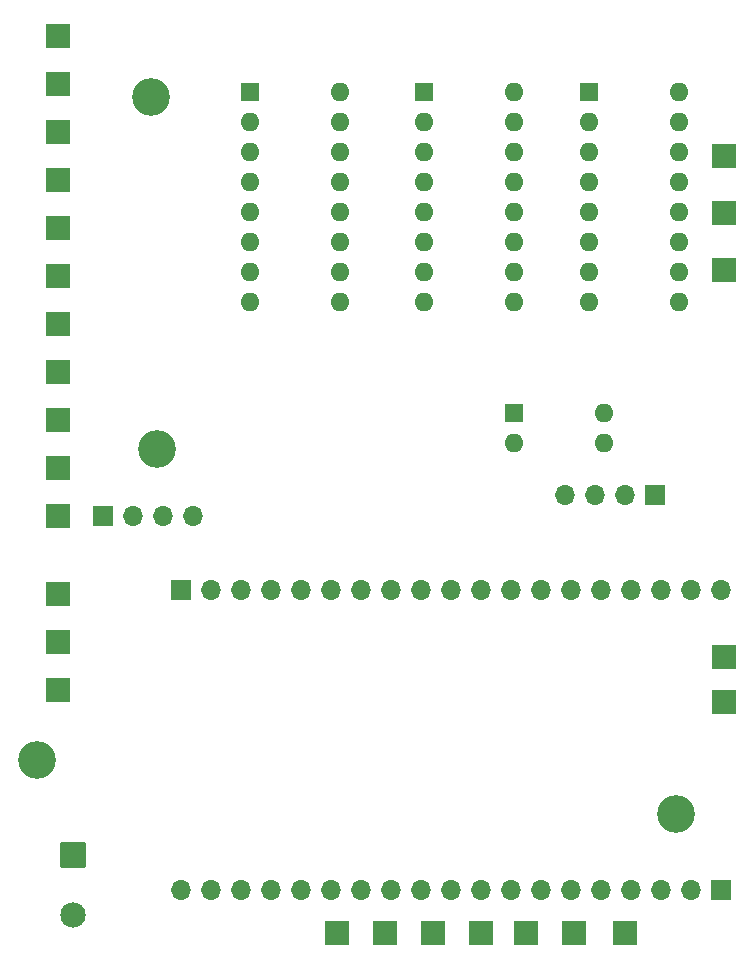
<source format=gbs>
G04 #@! TF.GenerationSoftware,KiCad,Pcbnew,8.0.9-8.0.9-0~ubuntu22.04.1*
G04 #@! TF.CreationDate,2025-03-06T20:20:15+01:00*
G04 #@! TF.ProjectId,BrakeOutBoard,4272616b-654f-4757-9442-6f6172642e6b,rev?*
G04 #@! TF.SameCoordinates,Original*
G04 #@! TF.FileFunction,Soldermask,Bot*
G04 #@! TF.FilePolarity,Negative*
%FSLAX46Y46*%
G04 Gerber Fmt 4.6, Leading zero omitted, Abs format (unit mm)*
G04 Created by KiCad (PCBNEW 8.0.9-8.0.9-0~ubuntu22.04.1) date 2025-03-06 20:20:15*
%MOMM*%
%LPD*%
G01*
G04 APERTURE LIST*
G04 Aperture macros list*
%AMRoundRect*
0 Rectangle with rounded corners*
0 $1 Rounding radius*
0 $2 $3 $4 $5 $6 $7 $8 $9 X,Y pos of 4 corners*
0 Add a 4 corners polygon primitive as box body*
4,1,4,$2,$3,$4,$5,$6,$7,$8,$9,$2,$3,0*
0 Add four circle primitives for the rounded corners*
1,1,$1+$1,$2,$3*
1,1,$1+$1,$4,$5*
1,1,$1+$1,$6,$7*
1,1,$1+$1,$8,$9*
0 Add four rect primitives between the rounded corners*
20,1,$1+$1,$2,$3,$4,$5,0*
20,1,$1+$1,$4,$5,$6,$7,0*
20,1,$1+$1,$6,$7,$8,$9,0*
20,1,$1+$1,$8,$9,$2,$3,0*%
G04 Aperture macros list end*
%ADD10R,1.600000X1.600000*%
%ADD11O,1.600000X1.600000*%
%ADD12RoundRect,0.250001X0.799999X-0.799999X0.799999X0.799999X-0.799999X0.799999X-0.799999X-0.799999X0*%
%ADD13RoundRect,0.250001X0.799999X0.799999X-0.799999X0.799999X-0.799999X-0.799999X0.799999X-0.799999X0*%
%ADD14RoundRect,0.102000X-0.975000X0.975000X-0.975000X-0.975000X0.975000X-0.975000X0.975000X0.975000X0*%
%ADD15C,2.154000*%
%ADD16RoundRect,0.250001X-0.799999X-0.799999X0.799999X-0.799999X0.799999X0.799999X-0.799999X0.799999X0*%
%ADD17RoundRect,0.250001X-0.799999X0.799999X-0.799999X-0.799999X0.799999X-0.799999X0.799999X0.799999X0*%
%ADD18R,1.700000X1.700000*%
%ADD19O,1.700000X1.700000*%
%ADD20C,3.200000*%
G04 APERTURE END LIST*
D10*
X158305600Y-81603200D03*
D11*
X158305600Y-84143200D03*
X158305600Y-86683200D03*
X158305600Y-89223200D03*
X158305600Y-91763200D03*
X158305600Y-94303200D03*
X158305600Y-96843200D03*
X158305600Y-99383200D03*
X165925600Y-99383200D03*
X165925600Y-96843200D03*
X165925600Y-94303200D03*
X165925600Y-91763200D03*
X165925600Y-89223200D03*
X165925600Y-86683200D03*
X165925600Y-84143200D03*
X165925600Y-81603200D03*
D12*
X127317600Y-109375200D03*
D13*
X171005600Y-152809200D03*
D14*
X128562600Y-146209700D03*
D15*
X128562600Y-151289700D03*
D12*
X127317600Y-101247200D03*
D16*
X150939600Y-152809200D03*
X159067600Y-152809200D03*
D17*
X183705600Y-91849200D03*
D18*
X183411800Y-149227800D03*
D19*
X180871800Y-149227800D03*
X178331800Y-149227800D03*
X175791800Y-149227800D03*
X173251800Y-149227800D03*
X170711800Y-149227800D03*
X168171800Y-149227800D03*
X165631800Y-149227800D03*
X163091800Y-149227800D03*
X160551800Y-149227800D03*
X158011800Y-149227800D03*
X155471800Y-149227800D03*
X152931800Y-149227800D03*
X150391800Y-149227800D03*
X147851800Y-149227800D03*
X145311800Y-149227800D03*
X142771800Y-149227800D03*
X140231800Y-149227800D03*
X137691800Y-149227800D03*
D16*
X155003600Y-152809200D03*
D20*
X179661600Y-142803200D03*
D12*
X127317600Y-105311200D03*
D18*
X137691800Y-123827800D03*
D19*
X140231800Y-123827800D03*
X142771800Y-123827800D03*
X145311800Y-123827800D03*
X147851800Y-123827800D03*
X150391800Y-123827800D03*
X152931800Y-123827800D03*
X155471800Y-123827800D03*
X158011800Y-123827800D03*
X160551800Y-123827800D03*
X163091800Y-123827800D03*
X165631800Y-123827800D03*
X168171800Y-123827800D03*
X170711800Y-123827800D03*
X173251800Y-123827800D03*
X175791800Y-123827800D03*
X178331800Y-123827800D03*
X180871800Y-123827800D03*
X183411800Y-123827800D03*
D12*
X127317600Y-132235200D03*
X127317600Y-124107200D03*
X127317600Y-84991200D03*
D18*
X177863600Y-115725200D03*
D19*
X175323600Y-115725200D03*
X172783600Y-115725200D03*
X170243600Y-115725200D03*
D17*
X183705600Y-87023200D03*
D10*
X172273100Y-81603200D03*
D11*
X172273100Y-84143200D03*
X172273100Y-86683200D03*
X172273100Y-89223200D03*
X172273100Y-91763200D03*
X172273100Y-94303200D03*
X172273100Y-96843200D03*
X172273100Y-99383200D03*
X179893100Y-99383200D03*
X179893100Y-96843200D03*
X179893100Y-94303200D03*
X179893100Y-91763200D03*
X179893100Y-89223200D03*
X179893100Y-86683200D03*
X179893100Y-84143200D03*
X179893100Y-81603200D03*
D20*
X135711600Y-111903200D03*
D17*
X183705600Y-133251200D03*
D10*
X143573600Y-81603200D03*
D11*
X143573600Y-84143200D03*
X143573600Y-86683200D03*
X143573600Y-89223200D03*
X143573600Y-91763200D03*
X143573600Y-94303200D03*
X143573600Y-96843200D03*
X143573600Y-99383200D03*
X151193600Y-99383200D03*
X151193600Y-96843200D03*
X151193600Y-94303200D03*
X151193600Y-91763200D03*
X151193600Y-89223200D03*
X151193600Y-86683200D03*
X151193600Y-84143200D03*
X151193600Y-81603200D03*
D12*
X127317600Y-89055200D03*
D16*
X163131600Y-152809200D03*
D18*
X131127600Y-117503200D03*
D19*
X133667600Y-117503200D03*
X136207600Y-117503200D03*
X138747600Y-117503200D03*
D20*
X125511600Y-138203200D03*
D12*
X127317600Y-128171200D03*
D17*
X183705600Y-129441200D03*
D12*
X127317600Y-80927200D03*
D10*
X165935600Y-108862200D03*
D11*
X165935600Y-111402200D03*
X173555600Y-111402200D03*
X173555600Y-108862200D03*
D20*
X135211600Y-82103200D03*
D12*
X127317600Y-97183200D03*
X127317600Y-117503200D03*
D13*
X166941600Y-152809200D03*
D12*
X127317600Y-113439200D03*
X127317600Y-93119200D03*
D16*
X175323600Y-152809200D03*
D17*
X183705600Y-96675200D03*
X127317600Y-76863200D03*
M02*

</source>
